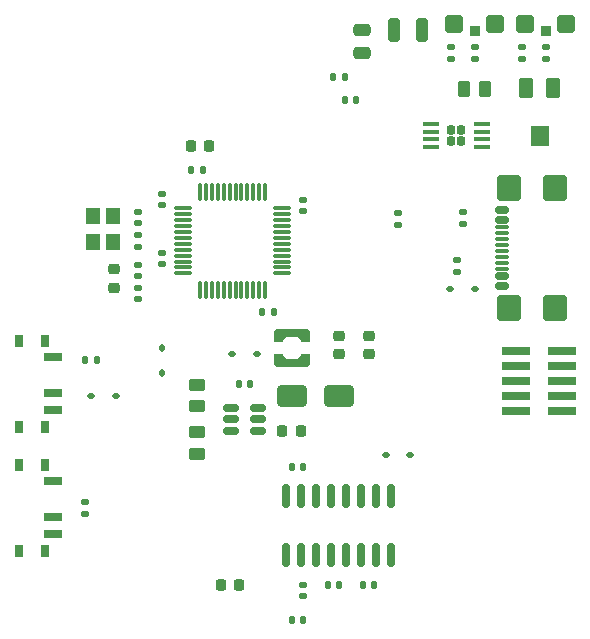
<source format=gbr>
%TF.GenerationSoftware,KiCad,Pcbnew,8.0.8*%
%TF.CreationDate,2025-04-01T12:31:34+02:00*%
%TF.ProjectId,reader,72656164-6572-42e6-9b69-6361645f7063,rev?*%
%TF.SameCoordinates,Original*%
%TF.FileFunction,Paste,Top*%
%TF.FilePolarity,Positive*%
%FSLAX46Y46*%
G04 Gerber Fmt 4.6, Leading zero omitted, Abs format (unit mm)*
G04 Created by KiCad (PCBNEW 8.0.8) date 2025-04-01 12:31:34*
%MOMM*%
%LPD*%
G01*
G04 APERTURE LIST*
G04 Aperture macros list*
%AMRoundRect*
0 Rectangle with rounded corners*
0 $1 Rounding radius*
0 $2 $3 $4 $5 $6 $7 $8 $9 X,Y pos of 4 corners*
0 Add a 4 corners polygon primitive as box body*
4,1,4,$2,$3,$4,$5,$6,$7,$8,$9,$2,$3,0*
0 Add four circle primitives for the rounded corners*
1,1,$1+$1,$2,$3*
1,1,$1+$1,$4,$5*
1,1,$1+$1,$6,$7*
1,1,$1+$1,$8,$9*
0 Add four rect primitives between the rounded corners*
20,1,$1+$1,$2,$3,$4,$5,0*
20,1,$1+$1,$4,$5,$6,$7,0*
20,1,$1+$1,$6,$7,$8,$9,0*
20,1,$1+$1,$8,$9,$2,$3,0*%
%AMFreePoly0*
4,1,11,0.760000,0.825000,0.380000,0.510000,0.380000,-0.510000,0.760000,-0.825000,0.760000,-1.525000,-0.125000,-1.525000,-0.380000,-1.270000,-0.380000,1.270000,-0.125000,1.525000,0.760000,1.525000,0.760000,0.825000,0.760000,0.825000,$1*%
G04 Aperture macros list end*
%ADD10RoundRect,0.140000X-0.140000X-0.170000X0.140000X-0.170000X0.140000X0.170000X-0.140000X0.170000X0*%
%ADD11RoundRect,0.250000X-0.500000X-0.500000X0.500000X-0.500000X0.500000X0.500000X-0.500000X0.500000X0*%
%ADD12RoundRect,0.225000X-0.225000X-0.225000X0.225000X-0.225000X0.225000X0.225000X-0.225000X0.225000X0*%
%ADD13RoundRect,0.225000X-0.225000X-0.250000X0.225000X-0.250000X0.225000X0.250000X-0.225000X0.250000X0*%
%ADD14RoundRect,0.135000X0.185000X-0.135000X0.185000X0.135000X-0.185000X0.135000X-0.185000X-0.135000X0*%
%ADD15RoundRect,0.250000X-0.450000X0.262500X-0.450000X-0.262500X0.450000X-0.262500X0.450000X0.262500X0*%
%ADD16RoundRect,0.140000X0.170000X-0.140000X0.170000X0.140000X-0.170000X0.140000X-0.170000X-0.140000X0*%
%ADD17RoundRect,0.112500X-0.187500X-0.112500X0.187500X-0.112500X0.187500X0.112500X-0.187500X0.112500X0*%
%ADD18RoundRect,0.150000X0.425000X-0.150000X0.425000X0.150000X-0.425000X0.150000X-0.425000X-0.150000X0*%
%ADD19RoundRect,0.075000X0.500000X-0.075000X0.500000X0.075000X-0.500000X0.075000X-0.500000X-0.075000X0*%
%ADD20RoundRect,0.250000X0.750000X-0.840000X0.750000X0.840000X-0.750000X0.840000X-0.750000X-0.840000X0*%
%ADD21RoundRect,0.250000X0.475000X-0.250000X0.475000X0.250000X-0.475000X0.250000X-0.475000X-0.250000X0*%
%ADD22RoundRect,0.250000X-0.350000X-0.625000X0.350000X-0.625000X0.350000X0.625000X-0.350000X0.625000X0*%
%ADD23RoundRect,0.250000X-0.550000X-0.625000X0.550000X-0.625000X0.550000X0.625000X-0.550000X0.625000X0*%
%ADD24RoundRect,0.253000X-0.347000X-0.622000X0.347000X-0.622000X0.347000X0.622000X-0.347000X0.622000X0*%
%ADD25RoundRect,0.250000X0.450000X-0.262500X0.450000X0.262500X-0.450000X0.262500X-0.450000X-0.262500X0*%
%ADD26RoundRect,0.225000X0.225000X0.250000X-0.225000X0.250000X-0.225000X-0.250000X0.225000X-0.250000X0*%
%ADD27R,0.800000X1.000000*%
%ADD28R,1.500000X0.700000*%
%ADD29FreePoly0,90.000000*%
%ADD30FreePoly0,270.000000*%
%ADD31RoundRect,0.135000X-0.185000X0.135000X-0.185000X-0.135000X0.185000X-0.135000X0.185000X0.135000X0*%
%ADD32R,2.400000X0.740000*%
%ADD33RoundRect,0.140000X-0.170000X0.140000X-0.170000X-0.140000X0.170000X-0.140000X0.170000X0.140000X0*%
%ADD34RoundRect,0.135000X0.135000X0.185000X-0.135000X0.185000X-0.135000X-0.185000X0.135000X-0.185000X0*%
%ADD35RoundRect,0.250000X-0.250000X-0.750000X0.250000X-0.750000X0.250000X0.750000X-0.250000X0.750000X0*%
%ADD36RoundRect,0.250000X-0.262500X-0.450000X0.262500X-0.450000X0.262500X0.450000X-0.262500X0.450000X0*%
%ADD37RoundRect,0.225000X-0.250000X0.225000X-0.250000X-0.225000X0.250000X-0.225000X0.250000X0.225000X0*%
%ADD38RoundRect,0.140000X0.140000X0.170000X-0.140000X0.170000X-0.140000X-0.170000X0.140000X-0.170000X0*%
%ADD39R,1.200000X1.400000*%
%ADD40RoundRect,0.250000X-1.000000X-0.650000X1.000000X-0.650000X1.000000X0.650000X-1.000000X0.650000X0*%
%ADD41RoundRect,0.112500X0.112500X-0.187500X0.112500X0.187500X-0.112500X0.187500X-0.112500X-0.187500X0*%
%ADD42RoundRect,0.218750X-0.256250X0.218750X-0.256250X-0.218750X0.256250X-0.218750X0.256250X0.218750X0*%
%ADD43RoundRect,0.150000X0.150000X-0.825000X0.150000X0.825000X-0.150000X0.825000X-0.150000X-0.825000X0*%
%ADD44RoundRect,0.150000X-0.512500X-0.150000X0.512500X-0.150000X0.512500X0.150000X-0.512500X0.150000X0*%
%ADD45RoundRect,0.075000X-0.662500X-0.075000X0.662500X-0.075000X0.662500X0.075000X-0.662500X0.075000X0*%
%ADD46RoundRect,0.075000X-0.075000X-0.662500X0.075000X-0.662500X0.075000X0.662500X-0.075000X0.662500X0*%
%ADD47RoundRect,0.180000X0.180000X0.205000X-0.180000X0.205000X-0.180000X-0.205000X0.180000X-0.205000X0*%
%ADD48RoundRect,0.100000X0.612500X0.100000X-0.612500X0.100000X-0.612500X-0.100000X0.612500X-0.100000X0*%
G04 APERTURE END LIST*
D10*
%TO.C,C19*%
X157040000Y-67000000D03*
X158000000Y-67000000D03*
%TD*%
D11*
%TO.C,D8*%
X176750000Y-29500000D03*
X180250000Y-29500000D03*
D12*
X178500000Y-30150000D03*
%TD*%
D13*
%TO.C,C12*%
X156225000Y-64000000D03*
X157775000Y-64000000D03*
%TD*%
D14*
%TO.C,R7*%
X178500000Y-32510000D03*
X178500000Y-31490000D03*
%TD*%
D15*
%TO.C,R8*%
X149000000Y-60087500D03*
X149000000Y-61912500D03*
%TD*%
D16*
%TO.C,C7*%
X146000000Y-44850000D03*
X146000000Y-43890000D03*
%TD*%
D17*
%TO.C,D5*%
X164950000Y-66000000D03*
X167050000Y-66000000D03*
%TD*%
D18*
%TO.C,J4*%
X174820000Y-51700000D03*
X174820000Y-50900000D03*
D19*
X174820000Y-49750000D03*
X174820000Y-48750000D03*
X174820000Y-48250000D03*
X174820000Y-47250000D03*
D18*
X174820000Y-46100000D03*
X174820000Y-45300000D03*
X174820000Y-45300000D03*
X174820000Y-46100000D03*
D19*
X174820000Y-46750000D03*
X174820000Y-47750000D03*
X174820000Y-49250000D03*
X174820000Y-50250000D03*
D18*
X174820000Y-50900000D03*
X174820000Y-51700000D03*
D20*
X175395000Y-53610000D03*
X179325000Y-53610000D03*
X175395000Y-43390000D03*
X179325000Y-43390000D03*
%TD*%
D21*
%TO.C,C9*%
X163000000Y-31950000D03*
X163000000Y-30050000D03*
%TD*%
D22*
%TO.C,R2*%
X176850000Y-34975000D03*
D23*
X178000000Y-39025000D03*
D24*
X179150000Y-34975000D03*
%TD*%
D17*
%TO.C,D4*%
X170450000Y-52000000D03*
X172550000Y-52000000D03*
%TD*%
D25*
%TO.C,R9*%
X149000000Y-65912500D03*
X149000000Y-64087500D03*
%TD*%
D26*
%TO.C,C23*%
X152550000Y-77000000D03*
X151000000Y-77000000D03*
%TD*%
D27*
%TO.C,SW2*%
X136110000Y-56350000D03*
X133900000Y-56350000D03*
X136110000Y-63650000D03*
X133900000Y-63650000D03*
D28*
X136760000Y-57750000D03*
X136760000Y-60750000D03*
X136760000Y-62250000D03*
%TD*%
D10*
%TO.C,C20*%
X160040000Y-77000000D03*
X161000000Y-77000000D03*
%TD*%
D29*
%TO.C,L1*%
X157000000Y-58270000D03*
D30*
X157000000Y-55730000D03*
%TD*%
D31*
%TO.C,R11*%
X166000000Y-45490000D03*
X166000000Y-46510000D03*
%TD*%
D14*
%TO.C,R12*%
X171000000Y-50510000D03*
X171000000Y-49490000D03*
%TD*%
D32*
%TO.C,J3*%
X179900000Y-62270000D03*
X176000000Y-62270000D03*
X179900000Y-61000000D03*
X176000000Y-61000000D03*
X179900000Y-59730000D03*
X176000000Y-59730000D03*
X179900000Y-58460000D03*
X176000000Y-58460000D03*
X179900000Y-57190000D03*
X176000000Y-57190000D03*
%TD*%
D33*
%TO.C,C13*%
X144000000Y-51890000D03*
X144000000Y-52850000D03*
%TD*%
D34*
%TO.C,R10*%
X140510000Y-58000000D03*
X139490000Y-58000000D03*
%TD*%
D35*
%TO.C,J2*%
X168000000Y-30000000D03*
%TD*%
D16*
%TO.C,C10*%
X146000000Y-49850000D03*
X146000000Y-48890000D03*
%TD*%
D14*
%TO.C,R5*%
X172500000Y-32500000D03*
X172500000Y-31480000D03*
%TD*%
D33*
%TO.C,C16*%
X139500000Y-70020000D03*
X139500000Y-70980000D03*
%TD*%
D36*
%TO.C,R1*%
X171587500Y-35000000D03*
X173412500Y-35000000D03*
%TD*%
D16*
%TO.C,C4*%
X144000000Y-48370000D03*
X144000000Y-47410000D03*
%TD*%
D13*
%TO.C,C2*%
X148450000Y-39890000D03*
X150000000Y-39890000D03*
%TD*%
D37*
%TO.C,C15*%
X163510000Y-55950000D03*
X163510000Y-57500000D03*
%TD*%
D17*
%TO.C,D6*%
X140000000Y-61000000D03*
X142100000Y-61000000D03*
%TD*%
D10*
%TO.C,C6*%
X148520000Y-41890000D03*
X149480000Y-41890000D03*
%TD*%
D16*
%TO.C,C1*%
X144000000Y-46370000D03*
X144000000Y-45410000D03*
%TD*%
D14*
%TO.C,R6*%
X176500000Y-32520000D03*
X176500000Y-31500000D03*
%TD*%
D35*
%TO.C,J1*%
X165640000Y-30000000D03*
%TD*%
D38*
%TO.C,C3*%
X155480000Y-53890000D03*
X154520000Y-53890000D03*
%TD*%
D39*
%TO.C,Y1*%
X140150000Y-45790000D03*
X140150000Y-47990000D03*
X141850000Y-47990000D03*
X141850000Y-45790000D03*
%TD*%
D10*
%TO.C,C18*%
X157040000Y-80000000D03*
X158000000Y-80000000D03*
%TD*%
D31*
%TO.C,R13*%
X171500000Y-45480000D03*
X171500000Y-46500000D03*
%TD*%
D33*
%TO.C,C5*%
X158000000Y-44410000D03*
X158000000Y-45370000D03*
%TD*%
D17*
%TO.C,D3*%
X151950000Y-57500000D03*
X154050000Y-57500000D03*
%TD*%
D33*
%TO.C,C11*%
X144000000Y-49930000D03*
X144000000Y-50890000D03*
%TD*%
D40*
%TO.C,D2*%
X157000000Y-61000000D03*
X161000000Y-61000000D03*
%TD*%
D27*
%TO.C,SW1*%
X136110000Y-66850000D03*
X133900000Y-66850000D03*
X136110000Y-74150000D03*
X133900000Y-74150000D03*
D28*
X136760000Y-68250000D03*
X136760000Y-71250000D03*
X136760000Y-72750000D03*
%TD*%
D37*
%TO.C,C17*%
X161000000Y-55950000D03*
X161000000Y-57500000D03*
%TD*%
D10*
%TO.C,C14*%
X152520000Y-60000000D03*
X153480000Y-60000000D03*
%TD*%
D41*
%TO.C,D1*%
X146000000Y-59050000D03*
X146000000Y-56950000D03*
%TD*%
D10*
%TO.C,C22*%
X163040000Y-77000000D03*
X164000000Y-77000000D03*
%TD*%
D42*
%TO.C,FB1*%
X142000000Y-50315000D03*
X142000000Y-51890000D03*
%TD*%
D34*
%TO.C,R3*%
X161510000Y-34000000D03*
X160490000Y-34000000D03*
%TD*%
D43*
%TO.C,U4*%
X156555000Y-74475000D03*
X157825000Y-74475000D03*
X159095000Y-74475000D03*
X160365000Y-74475000D03*
X161635000Y-74475000D03*
X162905000Y-74475000D03*
X164175000Y-74475000D03*
X165445000Y-74475000D03*
X165445000Y-69525000D03*
X164175000Y-69525000D03*
X162905000Y-69525000D03*
X161635000Y-69525000D03*
X160365000Y-69525000D03*
X159095000Y-69525000D03*
X157825000Y-69525000D03*
X156555000Y-69525000D03*
%TD*%
D44*
%TO.C,U3*%
X151862500Y-62050000D03*
X151862500Y-63000000D03*
X151862500Y-63950000D03*
X154137500Y-63950000D03*
X154137500Y-63000000D03*
X154137500Y-62050000D03*
%TD*%
D45*
%TO.C,U2*%
X147837500Y-45140000D03*
X147837500Y-45640000D03*
X147837500Y-46140000D03*
X147837500Y-46640000D03*
X147837500Y-47140000D03*
X147837500Y-47640000D03*
X147837500Y-48140000D03*
X147837500Y-48640000D03*
X147837500Y-49140000D03*
X147837500Y-49640000D03*
X147837500Y-50140000D03*
X147837500Y-50640000D03*
D46*
X149250000Y-52052500D03*
X149750000Y-52052500D03*
X150250000Y-52052500D03*
X150750000Y-52052500D03*
X151250000Y-52052500D03*
X151750000Y-52052500D03*
X152250000Y-52052500D03*
X152750000Y-52052500D03*
X153250000Y-52052500D03*
X153750000Y-52052500D03*
X154250000Y-52052500D03*
X154750000Y-52052500D03*
D45*
X156162500Y-50640000D03*
X156162500Y-50140000D03*
X156162500Y-49640000D03*
X156162500Y-49140000D03*
X156162500Y-48640000D03*
X156162500Y-48140000D03*
X156162500Y-47640000D03*
X156162500Y-47140000D03*
X156162500Y-46640000D03*
X156162500Y-46140000D03*
X156162500Y-45640000D03*
X156162500Y-45140000D03*
D46*
X154750000Y-43727500D03*
X154250000Y-43727500D03*
X153750000Y-43727500D03*
X153250000Y-43727500D03*
X152750000Y-43727500D03*
X152250000Y-43727500D03*
X151750000Y-43727500D03*
X151250000Y-43727500D03*
X150750000Y-43727500D03*
X150250000Y-43727500D03*
X149750000Y-43727500D03*
X149250000Y-43727500D03*
%TD*%
D47*
%TO.C,U1*%
X171380000Y-39435000D03*
X171380000Y-38515000D03*
X170520000Y-39435000D03*
X170520000Y-38515000D03*
D48*
X173112500Y-39950000D03*
X173112500Y-39300000D03*
X173112500Y-38650000D03*
X173112500Y-38000000D03*
X168787500Y-38000000D03*
X168787500Y-38650000D03*
X168787500Y-39300000D03*
X168787500Y-39950000D03*
%TD*%
D33*
%TO.C,C21*%
X158000000Y-77040000D03*
X158000000Y-78000000D03*
%TD*%
D14*
%TO.C,R4*%
X170500000Y-32510000D03*
X170500000Y-31490000D03*
%TD*%
D38*
%TO.C,C8*%
X162480000Y-36000000D03*
X161520000Y-36000000D03*
%TD*%
D11*
%TO.C,D7*%
X170750000Y-29500000D03*
X174250000Y-29500000D03*
D12*
X172500000Y-30150000D03*
%TD*%
M02*

</source>
